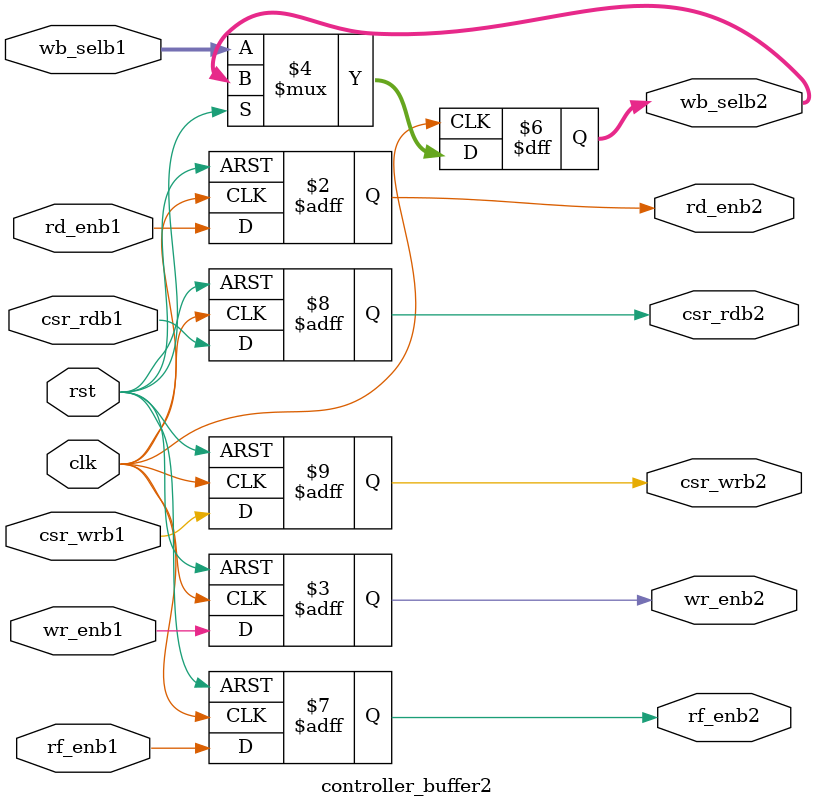
<source format=sv>
module controller_buffer2
(
    input  logic        clk,
    input  logic        rst,

    input logic rd_enb1,   
    input logic wr_enb1,   
    input logic [1:0] wb_selb1,
    input logic rf_enb1,
    
    
    input logic csr_rdb1,
    input logic csr_wrb1,
   

    output logic rd_enb2,   
    output logic wr_enb2,   
    output logic [1:0] wb_selb2,
    output logic rf_enb2,
    
    
    output logic csr_rdb2,
    output logic csr_wrb2
    
    
);
    always_ff @(posedge clk or posedge rst)
    begin
        if (rst) begin
            rd_enb2 <= 0;         // Reset value
            wr_enb2 <= 0;
            rf_enb2 <= 0;
            csr_rdb2<= 0;
            csr_wrb2<= 0;
           
        end else begin
            rd_enb2 <= rd_enb1;         
            wr_enb2 <= wr_enb1;
            rf_enb2 <= rf_enb1;
            wb_selb2 <= wb_selb1;
            csr_rdb2<= csr_rdb1;
            csr_wrb2<= csr_wrb1;
        end 
    end
endmodule
</source>
